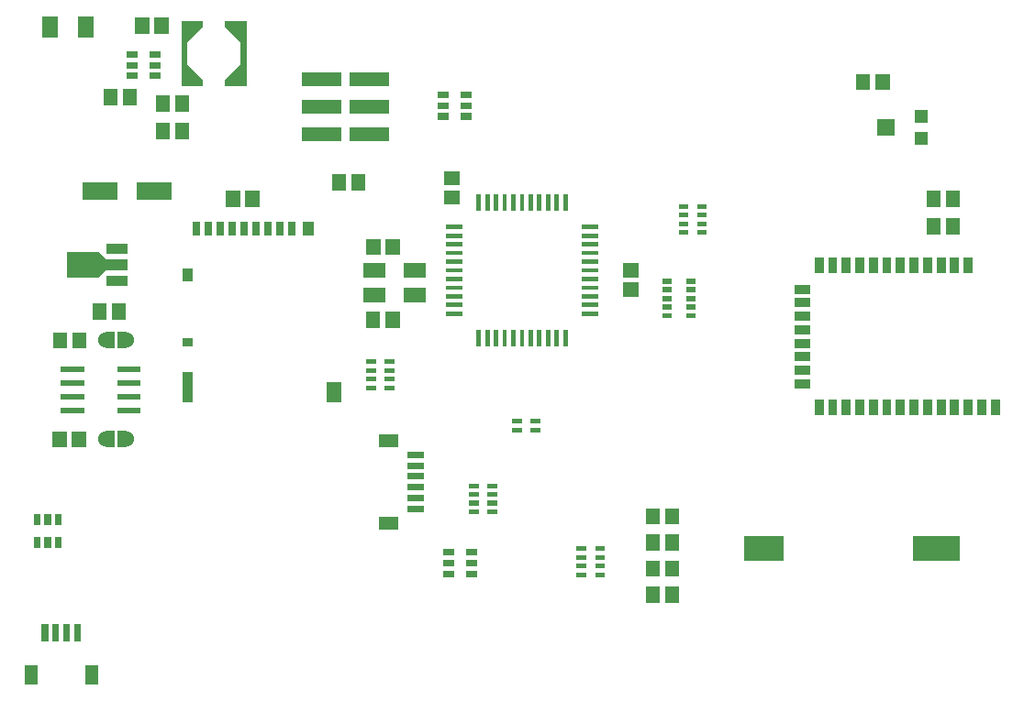
<source format=gbr>
G04 start of page 11 for group -4015 idx -4015 *
G04 Title: (unknown), toppaste *
G04 Creator: pcb 4.0.2 *
G04 CreationDate: Thu Jul  2 20:22:59 2020 UTC *
G04 For: ndholmes *
G04 Format: Gerber/RS-274X *
G04 PCB-Dimensions (mil): 4000.00 2900.00 *
G04 PCB-Coordinate-Origin: lower left *
%MOIN*%
%FSLAX25Y25*%
%LNTOPPASTE*%
%ADD101C,0.0600*%
%ADD100C,0.0001*%
G54D100*G36*
X225576Y134262D02*Y132588D01*
X229120D01*
Y134262D01*
X225576D01*
G37*
G36*
Y137412D02*Y135738D01*
X229120D01*
Y137412D01*
X225576D01*
G37*
G36*
X218880D02*Y135738D01*
X222424D01*
Y137412D01*
X218880D01*
G37*
G36*
Y134262D02*Y132588D01*
X222424D01*
Y134262D01*
X218880D01*
G37*
G36*
X50375Y62751D02*X48013D01*
Y56649D01*
X50375D01*
Y62751D01*
G37*
G36*
X54312D02*X51950D01*
Y56649D01*
X54312D01*
Y62751D01*
G37*
G36*
X58250D02*X55888D01*
Y56649D01*
X58250D01*
Y62751D01*
G37*
G36*
X62187D02*X59825D01*
Y56649D01*
X62187D01*
Y62751D01*
G37*
G36*
X46438Y47987D02*X41714D01*
Y40901D01*
X46438D01*
Y47987D01*
G37*
G36*
X68486D02*X63762D01*
Y40901D01*
X68486D01*
Y47987D01*
G37*
G36*
X165880Y159060D02*Y157388D01*
X169424D01*
Y159060D01*
X165880D01*
G37*
G36*
Y155912D02*Y154238D01*
X169424D01*
Y155912D01*
X165880D01*
G37*
G36*
Y152762D02*Y151088D01*
X169424D01*
Y152762D01*
X165880D01*
G37*
G36*
Y149612D02*Y147940D01*
X169424D01*
Y149612D01*
X165880D01*
G37*
G36*
X172576D02*Y147940D01*
X176120D01*
Y149612D01*
X172576D01*
G37*
G36*
Y152762D02*Y151088D01*
X176120D01*
Y152762D01*
X172576D01*
G37*
G36*
Y155912D02*Y154238D01*
X176120D01*
Y155912D01*
X172576D01*
G37*
G36*
Y159060D02*Y157388D01*
X176120D01*
Y159060D01*
X172576D01*
G37*
G54D101*X78400Y130000D03*
G54D100*G36*
Y133000D02*X75400D01*
Y127000D01*
X78400D01*
Y133000D01*
G37*
G54D101*X71600Y130000D03*
G54D100*G36*
X74600Y133000D02*X71600D01*
Y127000D01*
X74600D01*
Y133000D01*
G37*
G54D101*X71600Y166000D03*
G54D100*G36*
X74600Y169000D02*X71600D01*
Y163000D01*
X74600D01*
Y169000D01*
G37*
G54D101*X78400Y166000D03*
G54D100*G36*
Y169000D02*X75400D01*
Y163000D01*
X78400D01*
Y169000D01*
G37*
G36*
X78602Y179452D02*X73484D01*
Y173548D01*
X78602D01*
Y179452D01*
G37*
G36*
X71516D02*X66398D01*
Y173548D01*
X71516D01*
Y179452D01*
G37*
G36*
X203180Y113960D02*Y112288D01*
X206724D01*
Y113960D01*
X203180D01*
G37*
G36*
Y110812D02*Y109138D01*
X206724D01*
Y110812D01*
X203180D01*
G37*
G36*
Y107662D02*Y105988D01*
X206724D01*
Y107662D01*
X203180D01*
G37*
G36*
Y104512D02*Y102840D01*
X206724D01*
Y104512D01*
X203180D01*
G37*
G36*
X209876D02*Y102840D01*
X213420D01*
Y104512D01*
X209876D01*
G37*
G36*
Y107662D02*Y105988D01*
X213420D01*
Y107662D01*
X209876D01*
G37*
G36*
Y110812D02*Y109138D01*
X213420D01*
Y110812D01*
X209876D01*
G37*
G36*
Y113960D02*Y112288D01*
X213420D01*
Y113960D01*
X209876D01*
G37*
G36*
X194048Y220516D02*Y215398D01*
X199952D01*
Y220516D01*
X194048D01*
G37*
G36*
Y227602D02*Y222484D01*
X199952D01*
Y227602D01*
X194048D01*
G37*
G36*
X348973Y262952D02*X343855D01*
Y257048D01*
X348973D01*
Y262952D01*
G37*
G36*
X356059D02*X350941D01*
Y257048D01*
X356059D01*
Y262952D01*
G37*
G36*
X57216Y168952D02*X52098D01*
Y163048D01*
X57216D01*
Y168952D01*
G37*
G36*
X64302D02*X59184D01*
Y163048D01*
X64302D01*
Y168952D01*
G37*
G36*
X64102Y132952D02*X58984D01*
Y127048D01*
X64102D01*
Y132952D01*
G37*
G36*
X57016D02*X51898D01*
Y127048D01*
X57016D01*
Y132952D01*
G37*
G36*
X62858Y223450D02*Y217150D01*
X75457D01*
Y223450D01*
X62858D01*
G37*
G36*
X82543D02*Y217150D01*
X95142D01*
Y223450D01*
X82543D01*
G37*
G36*
X158473Y226452D02*X153355D01*
Y220548D01*
X158473D01*
Y226452D01*
G37*
G36*
X165559D02*X160441D01*
Y220548D01*
X165559D01*
Y226452D01*
G37*
G36*
X191900Y256500D02*Y254100D01*
X195900D01*
Y256500D01*
X191900D01*
G37*
G36*
Y252600D02*Y250200D01*
X195900D01*
Y252600D01*
X191900D01*
G37*
G36*
Y248700D02*Y246300D01*
X195900D01*
Y248700D01*
X191900D01*
G37*
G36*
X200100D02*Y246300D01*
X204100D01*
Y248700D01*
X200100D01*
G37*
G36*
Y252600D02*Y250200D01*
X204100D01*
Y252600D01*
X200100D01*
G37*
G36*
Y256500D02*Y254100D01*
X204100D01*
Y256500D01*
X200100D01*
G37*
G36*
X71421Y189484D02*Y185704D01*
X79295D01*
Y189484D01*
X71421D01*
G37*
G36*
X63705Y195390D02*Y191610D01*
X79295D01*
Y195390D01*
X63705D01*
G37*
G36*
X57246Y198225D02*Y188775D01*
X68586D01*
Y198225D01*
X57246D01*
G37*
G36*
X71426Y191615D02*X70006Y193035D01*
X67166Y190195D01*
X68586Y188775D01*
X71426Y191615D01*
G37*
G36*
X68586Y198225D02*X67166Y196805D01*
X70006Y193965D01*
X71426Y195385D01*
X68586Y198225D01*
G37*
G36*
X71421Y201296D02*Y197516D01*
X79295D01*
Y201296D01*
X71421D01*
G37*
G36*
X75400Y141500D02*Y139500D01*
X83900D01*
Y141500D01*
X75400D01*
G37*
G36*
Y146500D02*Y144500D01*
X83900D01*
Y146500D01*
X75400D01*
G37*
G36*
Y151500D02*Y149500D01*
X83900D01*
Y151500D01*
X75400D01*
G37*
G36*
Y156500D02*Y154500D01*
X83900D01*
Y156500D01*
X75400D01*
G37*
G36*
X54900D02*Y154500D01*
X63400D01*
Y156500D01*
X54900D01*
G37*
G36*
Y151500D02*Y149500D01*
X63400D01*
Y151500D01*
X54900D01*
G37*
G36*
Y146500D02*Y144500D01*
X63400D01*
Y146500D01*
X54900D01*
G37*
G36*
Y141500D02*Y139500D01*
X63400D01*
Y141500D01*
X54900D01*
G37*
G36*
X178102Y202952D02*X172984D01*
Y197048D01*
X178102D01*
Y202952D01*
G37*
G36*
X171016D02*X165898D01*
Y197048D01*
X171016D01*
Y202952D01*
G37*
G36*
X170930Y176452D02*X165812D01*
Y170548D01*
X170930D01*
Y176452D01*
G37*
G36*
X178016D02*X172898D01*
Y170548D01*
X178016D01*
Y176452D01*
G37*
G36*
X386196Y196050D02*X382896D01*
Y190348D01*
X386196D01*
Y196050D01*
G37*
G36*
X381274D02*X377974D01*
Y190348D01*
X381274D01*
Y196050D01*
G37*
G36*
X376353D02*X373053D01*
Y190348D01*
X376353D01*
Y196050D01*
G37*
G36*
X371432D02*X368132D01*
Y190348D01*
X371432D01*
Y196050D01*
G37*
G36*
X366511D02*X363211D01*
Y190348D01*
X366511D01*
Y196050D01*
G37*
G36*
X361589D02*X358289D01*
Y190348D01*
X361589D01*
Y196050D01*
G37*
G36*
X356668D02*X353368D01*
Y190348D01*
X356668D01*
Y196050D01*
G37*
G36*
X351747D02*X348447D01*
Y190348D01*
X351747D01*
Y196050D01*
G37*
G36*
X346826D02*X343526D01*
Y190348D01*
X346826D01*
Y196050D01*
G37*
G36*
X341904D02*X338604D01*
Y190348D01*
X341904D01*
Y196050D01*
G37*
G36*
X336983D02*X333683D01*
Y190348D01*
X336983D01*
Y196050D01*
G37*
G36*
X332062D02*X328762D01*
Y190348D01*
X332062D01*
Y196050D01*
G37*
G36*
X321502Y186274D02*Y182974D01*
X327200D01*
Y186274D01*
X321502D01*
G37*
G36*
Y181353D02*Y178053D01*
X327200D01*
Y181353D01*
X321502D01*
G37*
G36*
Y176432D02*Y173132D01*
X327200D01*
Y176432D01*
X321502D01*
G37*
G36*
Y171511D02*Y168211D01*
X327200D01*
Y171511D01*
X321502D01*
G37*
G36*
Y166589D02*Y163289D01*
X327200D01*
Y166589D01*
X321502D01*
G37*
G36*
Y161668D02*Y158368D01*
X327200D01*
Y161668D01*
X321502D01*
G37*
G36*
Y156747D02*Y153447D01*
X327200D01*
Y156747D01*
X321502D01*
G37*
G36*
Y151826D02*Y148526D01*
X327200D01*
Y151826D01*
X321502D01*
G37*
G36*
X332062Y144452D02*X328762D01*
Y138750D01*
X332062D01*
Y144452D01*
G37*
G36*
X336983D02*X333683D01*
Y138750D01*
X336983D01*
Y144452D01*
G37*
G36*
X341904D02*X338604D01*
Y138750D01*
X341904D01*
Y144452D01*
G37*
G36*
X346826D02*X343526D01*
Y138750D01*
X346826D01*
Y144452D01*
G37*
G36*
X351747D02*X348447D01*
Y138750D01*
X351747D01*
Y144452D01*
G37*
G36*
X356668D02*X353368D01*
Y138750D01*
X356668D01*
Y144452D01*
G37*
G36*
X361589D02*X358289D01*
Y138750D01*
X361589D01*
Y144452D01*
G37*
G36*
X366511D02*X363211D01*
Y138750D01*
X366511D01*
Y144452D01*
G37*
G36*
X371432D02*X368132D01*
Y138750D01*
X371432D01*
Y144452D01*
G37*
G36*
X376353D02*X373053D01*
Y138750D01*
X376353D01*
Y144452D01*
G37*
G36*
X381274D02*X377974D01*
Y138750D01*
X381274D01*
Y144452D01*
G37*
G36*
X386196D02*X382896D01*
Y138750D01*
X386196D01*
Y144452D01*
G37*
G36*
X391117D02*X387817D01*
Y138750D01*
X391117D01*
Y144452D01*
G37*
G36*
X396038D02*X392738D01*
Y138750D01*
X396038D01*
Y144452D01*
G37*
G36*
X374559Y210452D02*X369441D01*
Y204548D01*
X374559D01*
Y210452D01*
G37*
G36*
X381645D02*X376527D01*
Y204548D01*
X381645D01*
Y210452D01*
G37*
G36*
X374516Y220452D02*X369398D01*
Y214548D01*
X374516D01*
Y220452D01*
G37*
G36*
X381602D02*X376484D01*
Y214548D01*
X381602D01*
Y220452D01*
G37*
G36*
X369900Y241950D02*X365200D01*
Y237249D01*
X369900D01*
Y241950D01*
G37*
G36*
Y249751D02*X365200D01*
Y245050D01*
X369900D01*
Y249751D01*
G37*
G36*
X357900Y246651D02*X351600D01*
Y240350D01*
X357900D01*
Y246651D01*
G37*
G36*
X142376Y263600D02*Y258600D01*
X156864D01*
Y263600D01*
X142376D01*
G37*
G36*
Y253600D02*Y248600D01*
X156864D01*
Y253600D01*
X142376D01*
G37*
G36*
Y243600D02*Y238600D01*
X156864D01*
Y243600D01*
X142376D01*
G37*
G36*
X159856D02*Y238600D01*
X174344D01*
Y243600D01*
X159856D01*
G37*
G36*
Y253600D02*Y248600D01*
X174344D01*
Y253600D01*
X159856D01*
G37*
G36*
Y263600D02*Y258600D01*
X174344D01*
Y263600D01*
X159856D01*
G37*
G36*
X202100Y82300D02*Y79900D01*
X206100D01*
Y82300D01*
X202100D01*
G37*
G36*
Y86200D02*Y83800D01*
X206100D01*
Y86200D01*
X202100D01*
G37*
G36*
Y90100D02*Y87700D01*
X206100D01*
Y90100D01*
X202100D01*
G37*
G36*
X193900D02*Y87700D01*
X197900D01*
Y90100D01*
X193900D01*
G37*
G36*
Y86200D02*Y83800D01*
X197900D01*
Y86200D01*
X193900D01*
G37*
G36*
Y82300D02*Y79900D01*
X197900D01*
Y82300D01*
X193900D01*
G37*
G36*
X273622Y188567D02*Y186598D01*
X276772D01*
Y188567D01*
X273622D01*
G37*
G36*
Y185418D02*Y183449D01*
X276772D01*
Y185418D01*
X273622D01*
G37*
G36*
Y182268D02*Y180299D01*
X276772D01*
Y182268D01*
X273622D01*
G37*
G36*
Y179118D02*Y177149D01*
X276772D01*
Y179118D01*
X273622D01*
G37*
G36*
Y175969D02*Y174000D01*
X276772D01*
Y175969D01*
X273622D01*
G37*
G36*
X282283D02*Y174000D01*
X285433D01*
Y175969D01*
X282283D01*
G37*
G36*
Y179118D02*Y177149D01*
X285433D01*
Y179118D01*
X282283D01*
G37*
G36*
Y182268D02*Y180299D01*
X285433D01*
Y182268D01*
X282283D01*
G37*
G36*
Y185418D02*Y183449D01*
X285433D01*
Y185418D01*
X282283D01*
G37*
G36*
Y188567D02*Y186598D01*
X285433D01*
Y188567D01*
X282283D01*
G37*
G36*
X194815Y208035D02*Y206461D01*
X200815D01*
Y208035D01*
X194815D01*
G37*
G36*
Y204886D02*Y203312D01*
X200815D01*
Y204886D01*
X194815D01*
G37*
G36*
Y201736D02*Y200162D01*
X200815D01*
Y201736D01*
X194815D01*
G37*
G36*
Y198587D02*Y197013D01*
X200815D01*
Y198587D01*
X194815D01*
G37*
G36*
Y195437D02*Y193863D01*
X200815D01*
Y195437D01*
X194815D01*
G37*
G36*
Y192287D02*Y190713D01*
X200815D01*
Y192287D01*
X194815D01*
G37*
G36*
Y189138D02*Y187564D01*
X200815D01*
Y189138D01*
X194815D01*
G37*
G36*
Y185988D02*Y184414D01*
X200815D01*
Y185988D01*
X194815D01*
G37*
G36*
Y182839D02*Y181265D01*
X200815D01*
Y182839D01*
X194815D01*
G37*
G36*
Y179689D02*Y178115D01*
X200815D01*
Y179689D01*
X194815D01*
G37*
G36*
Y176539D02*Y174965D01*
X200815D01*
Y176539D01*
X194815D01*
G37*
G36*
X207539Y169815D02*X205965D01*
Y163815D01*
X207539D01*
Y169815D01*
G37*
G36*
X210688D02*X209114D01*
Y163815D01*
X210688D01*
Y169815D01*
G37*
G36*
X213838D02*X212264D01*
Y163815D01*
X213838D01*
Y169815D01*
G37*
G36*
X216987D02*X215413D01*
Y163815D01*
X216987D01*
Y169815D01*
G37*
G36*
X220137D02*X218563D01*
Y163815D01*
X220137D01*
Y169815D01*
G37*
G36*
X223287D02*X221713D01*
Y163815D01*
X223287D01*
Y169815D01*
G37*
G36*
X226436D02*X224862D01*
Y163815D01*
X226436D01*
Y169815D01*
G37*
G36*
X229586D02*X228012D01*
Y163815D01*
X229586D01*
Y169815D01*
G37*
G36*
X232735D02*X231161D01*
Y163815D01*
X232735D01*
Y169815D01*
G37*
G36*
X235885D02*X234311D01*
Y163815D01*
X235885D01*
Y169815D01*
G37*
G36*
X239035D02*X237461D01*
Y163815D01*
X239035D01*
Y169815D01*
G37*
G36*
X244185Y176539D02*Y174965D01*
X250185D01*
Y176539D01*
X244185D01*
G37*
G36*
Y179688D02*Y178114D01*
X250185D01*
Y179688D01*
X244185D01*
G37*
G36*
Y182838D02*Y181264D01*
X250185D01*
Y182838D01*
X244185D01*
G37*
G36*
Y185987D02*Y184413D01*
X250185D01*
Y185987D01*
X244185D01*
G37*
G36*
Y189137D02*Y187563D01*
X250185D01*
Y189137D01*
X244185D01*
G37*
G36*
Y192287D02*Y190713D01*
X250185D01*
Y192287D01*
X244185D01*
G37*
G36*
Y195436D02*Y193862D01*
X250185D01*
Y195436D01*
X244185D01*
G37*
G36*
Y198586D02*Y197012D01*
X250185D01*
Y198586D01*
X244185D01*
G37*
G36*
Y201735D02*Y200161D01*
X250185D01*
Y201735D01*
X244185D01*
G37*
G36*
Y204885D02*Y203311D01*
X250185D01*
Y204885D01*
X244185D01*
G37*
G36*
Y208035D02*Y206461D01*
X250185D01*
Y208035D01*
X244185D01*
G37*
G36*
X239035Y219185D02*X237461D01*
Y213185D01*
X239035D01*
Y219185D01*
G37*
G36*
X235886D02*X234312D01*
Y213185D01*
X235886D01*
Y219185D01*
G37*
G36*
X232736D02*X231162D01*
Y213185D01*
X232736D01*
Y219185D01*
G37*
G36*
X229587D02*X228013D01*
Y213185D01*
X229587D01*
Y219185D01*
G37*
G36*
X226437D02*X224863D01*
Y213185D01*
X226437D01*
Y219185D01*
G37*
G36*
X223287D02*X221713D01*
Y213185D01*
X223287D01*
Y219185D01*
G37*
G36*
X220138D02*X218564D01*
Y213185D01*
X220138D01*
Y219185D01*
G37*
G36*
X216988D02*X215414D01*
Y213185D01*
X216988D01*
Y219185D01*
G37*
G36*
X213839D02*X212265D01*
Y213185D01*
X213839D01*
Y219185D01*
G37*
G36*
X210689D02*X209115D01*
Y213185D01*
X210689D01*
Y219185D01*
G37*
G36*
X207539D02*X205965D01*
Y213185D01*
X207539D01*
Y219185D01*
G37*
G36*
X101602Y255052D02*X96484D01*
Y249148D01*
X101602D01*
Y255052D01*
G37*
G36*
X94516D02*X89398D01*
Y249148D01*
X94516D01*
Y255052D01*
G37*
G36*
X75516Y257452D02*X70398D01*
Y251548D01*
X75516D01*
Y257452D01*
G37*
G36*
X82602D02*X77484D01*
Y251548D01*
X82602D01*
Y257452D01*
G37*
G36*
X79000Y271200D02*Y268800D01*
X83000D01*
Y271200D01*
X79000D01*
G37*
G36*
Y267300D02*Y264900D01*
X83000D01*
Y267300D01*
X79000D01*
G37*
G36*
Y263400D02*Y261000D01*
X83000D01*
Y263400D01*
X79000D01*
G37*
G36*
X87200D02*Y261000D01*
X91200D01*
Y263400D01*
X87200D01*
G37*
G36*
Y267300D02*Y264900D01*
X91200D01*
Y267300D01*
X87200D01*
G37*
G36*
Y271200D02*Y268800D01*
X91200D01*
Y271200D01*
X87200D01*
G37*
G36*
X101602Y245152D02*X96484D01*
Y239248D01*
X101602D01*
Y245152D01*
G37*
G36*
X94516D02*X89398D01*
Y239248D01*
X94516D01*
Y245152D01*
G37*
G36*
X101000Y282300D02*X98700D01*
Y258600D01*
X101000D01*
Y282300D01*
G37*
G36*
X98700Y260900D02*Y258600D01*
X106600D01*
Y260900D01*
X98700D01*
G37*
G36*
Y282300D02*Y280000D01*
X106600D01*
Y282300D01*
X98700D01*
G37*
G36*
X122400D02*X120100D01*
Y258600D01*
X122400D01*
Y282300D01*
G37*
G36*
X114500Y260900D02*Y258600D01*
X122400D01*
Y260900D01*
X114500D01*
G37*
G36*
Y282300D02*Y280000D01*
X122400D01*
Y282300D01*
X114500D01*
G37*
G36*
X101000Y266494D02*X98879Y264373D01*
X104473Y258779D01*
X106594Y260900D01*
X101000Y266494D01*
G37*
G36*
X106594Y280000D02*X104473Y282121D01*
X98879Y276527D01*
X101000Y274406D01*
X106594Y280000D01*
G37*
G36*
X122221Y264373D02*X120100Y266494D01*
X114506Y260900D01*
X116627Y258779D01*
X122221Y264373D01*
G37*
G36*
X116627Y282121D02*X114506Y280000D01*
X120100Y274406D01*
X122221Y276527D01*
X116627Y282121D01*
G37*
G36*
X99200Y262700D02*Y259100D01*
X102800D01*
Y262700D01*
X99200D01*
G37*
G36*
Y281800D02*Y278200D01*
X102800D01*
Y281800D01*
X99200D01*
G37*
G36*
X118300Y262700D02*Y259100D01*
X121900D01*
Y262700D01*
X118300D01*
G37*
G36*
Y281800D02*Y278200D01*
X121900D01*
Y281800D01*
X118300D01*
G37*
G36*
X53750Y283750D02*X48250D01*
Y276250D01*
X53750D01*
Y283750D01*
G37*
G36*
X66750D02*X61250D01*
Y276250D01*
X66750D01*
Y283750D01*
G37*
G36*
X164997Y185003D02*Y179885D01*
X172870D01*
Y185003D01*
X164997D01*
G37*
G36*
X179564D02*Y179885D01*
X187437D01*
Y185003D01*
X179564D01*
G37*
G36*
Y194059D02*Y188941D01*
X187437D01*
Y194059D01*
X179564D01*
G37*
G36*
X164997D02*Y188941D01*
X172870D01*
Y194059D01*
X164997D01*
G37*
G36*
X364355Y94900D02*Y85700D01*
X381355D01*
Y94900D01*
X364355D01*
G37*
G36*
X303223D02*Y85700D01*
X317662D01*
Y94900D01*
X303223D01*
G37*
G36*
X259048Y187016D02*Y181898D01*
X264952D01*
Y187016D01*
X259048D01*
G37*
G36*
Y194102D02*Y188984D01*
X264952D01*
Y194102D01*
X259048D01*
G37*
G36*
X242338Y91060D02*Y89388D01*
X245881D01*
Y91060D01*
X242338D01*
G37*
G36*
Y87912D02*Y86238D01*
X245881D01*
Y87912D01*
X242338D01*
G37*
G36*
Y84762D02*Y83088D01*
X245881D01*
Y84762D01*
X242338D01*
G37*
G36*
Y81612D02*Y79940D01*
X245881D01*
Y81612D01*
X242338D01*
G37*
G36*
X249034D02*Y79940D01*
X252577D01*
Y81612D01*
X249034D01*
G37*
G36*
Y84762D02*Y83088D01*
X252577D01*
Y84762D01*
X249034D01*
G37*
G36*
Y87912D02*Y86238D01*
X252577D01*
Y87912D01*
X249034D01*
G37*
G36*
Y91060D02*Y89388D01*
X252577D01*
Y91060D01*
X249034D01*
G37*
G36*
X272473Y85952D02*X267355D01*
Y80048D01*
X272473D01*
Y85952D01*
G37*
G36*
X279559D02*X274441D01*
Y80048D01*
X279559D01*
Y85952D01*
G37*
G36*
X272473Y104952D02*X267355D01*
Y99048D01*
X272473D01*
Y104952D01*
G37*
G36*
X279559D02*X274441D01*
Y99048D01*
X279559D01*
Y104952D01*
G37*
G36*
X272473Y76452D02*X267355D01*
Y70548D01*
X272473D01*
Y76452D01*
G37*
G36*
X279559D02*X274441D01*
Y70548D01*
X279559D01*
Y76452D01*
G37*
G36*
X272473Y95452D02*X267355D01*
Y89548D01*
X272473D01*
Y95452D01*
G37*
G36*
X279559D02*X274441D01*
Y89548D01*
X279559D01*
Y95452D01*
G37*
G36*
X286076Y206112D02*Y204440D01*
X289620D01*
Y206112D01*
X286076D01*
G37*
G36*
Y209261D02*Y207589D01*
X289620D01*
Y209261D01*
X286076D01*
G37*
G36*
Y212411D02*Y210739D01*
X289620D01*
Y212411D01*
X286076D01*
G37*
G36*
Y215560D02*Y213888D01*
X289620D01*
Y215560D01*
X286076D01*
G37*
G36*
X279380D02*Y213888D01*
X282924D01*
Y215560D01*
X279380D01*
G37*
G36*
Y212411D02*Y210739D01*
X282924D01*
Y212411D01*
X279380D01*
G37*
G36*
Y209261D02*Y207589D01*
X282924D01*
Y209261D01*
X279380D01*
G37*
G36*
Y206112D02*Y204440D01*
X282924D01*
Y206112D01*
X279380D01*
G37*
G36*
X55300Y102800D02*X52900D01*
Y98800D01*
X55300D01*
Y102800D01*
G37*
G36*
X51400D02*X49000D01*
Y98800D01*
X51400D01*
Y102800D01*
G37*
G36*
X47500D02*X45100D01*
Y98800D01*
X47500D01*
Y102800D01*
G37*
G36*
Y94600D02*X45100D01*
Y90600D01*
X47500D01*
Y94600D01*
G37*
G36*
X51400D02*X49000D01*
Y90600D01*
X51400D01*
Y94600D01*
G37*
G36*
X55300D02*X52900D01*
Y90600D01*
X55300D01*
Y94600D01*
G37*
G36*
X180890Y105878D02*Y103516D01*
X186992D01*
Y105878D01*
X180890D01*
G37*
G36*
Y109815D02*Y107453D01*
X186992D01*
Y109815D01*
X180890D01*
G37*
G36*
Y113752D02*Y111390D01*
X186992D01*
Y113752D01*
X180890D01*
G37*
G36*
Y117689D02*Y115327D01*
X186992D01*
Y117689D01*
X180890D01*
G37*
G36*
Y121626D02*Y119264D01*
X186992D01*
Y121626D01*
X180890D01*
G37*
G36*
Y125563D02*Y123201D01*
X186992D01*
Y125563D01*
X180890D01*
G37*
G36*
X170457Y101941D02*Y97217D01*
X177543D01*
Y101941D01*
X170457D01*
G37*
G36*
Y131862D02*Y127138D01*
X177543D01*
Y131862D01*
X170457D01*
G37*
G36*
X140177Y209025D02*X137421D01*
Y204300D01*
X140177D01*
Y209025D01*
G37*
G36*
X135847D02*X133091D01*
Y204300D01*
X135847D01*
Y209025D01*
G37*
G36*
X131516D02*X128760D01*
Y204300D01*
X131516D01*
Y209025D01*
G37*
G36*
X127185D02*X124429D01*
Y204300D01*
X127185D01*
Y209025D01*
G37*
G36*
X122854D02*X120098D01*
Y204300D01*
X122854D01*
Y209025D01*
G37*
G36*
X118524D02*X115768D01*
Y204300D01*
X118524D01*
Y209025D01*
G37*
G36*
X114193D02*X111437D01*
Y204300D01*
X114193D01*
Y209025D01*
G37*
G36*
X109862D02*X107106D01*
Y204300D01*
X109862D01*
Y209025D01*
G37*
G36*
X105531D02*X102775D01*
Y204300D01*
X105531D01*
Y209025D01*
G37*
G36*
X99036Y166900D02*Y163749D01*
X102972D01*
Y166900D01*
X99036D01*
G37*
G36*
X102972Y192096D02*X99036D01*
Y187372D01*
X102972D01*
Y192096D01*
G37*
G36*
X102973Y154498D02*X99036D01*
Y143474D01*
X102973D01*
Y154498D01*
G37*
G36*
X156713Y150953D02*X151595D01*
Y143472D01*
X156713D01*
Y150953D01*
G37*
G36*
X146870Y209026D02*X142932D01*
Y204300D01*
X146870D01*
Y209026D01*
G37*
G36*
X127102Y220452D02*X121984D01*
Y214548D01*
X127102D01*
Y220452D01*
G37*
G36*
X120016D02*X114898D01*
Y214548D01*
X120016D01*
Y220452D01*
G37*
G36*
X87016Y283452D02*X81898D01*
Y277548D01*
X87016D01*
Y283452D01*
G37*
G36*
X94102D02*X88984D01*
Y277548D01*
X94102D01*
Y283452D01*
G37*
M02*

</source>
